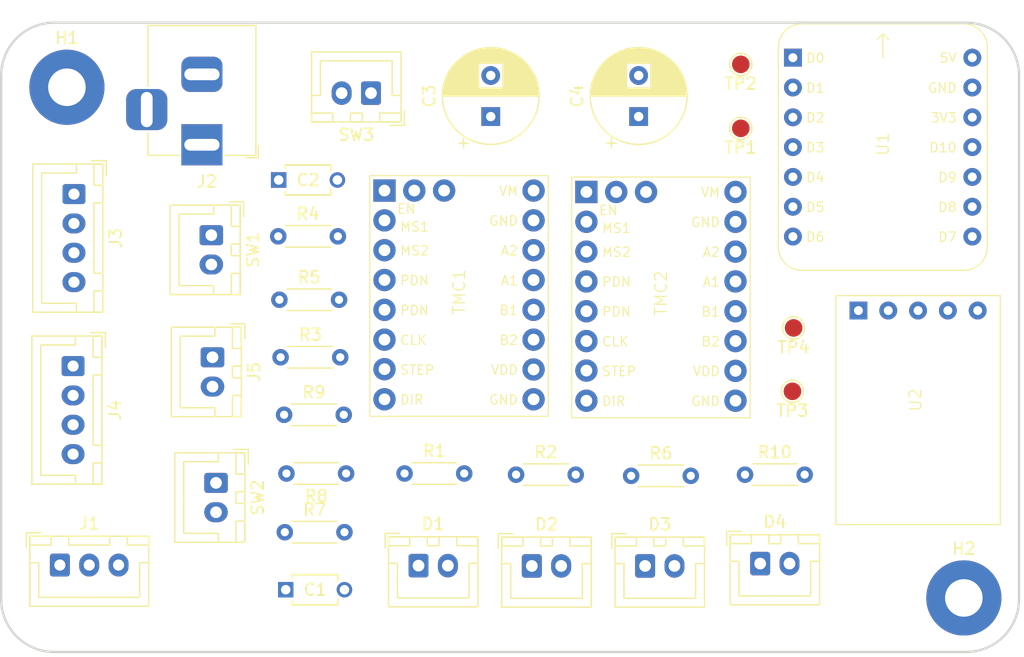
<source format=kicad_pcb>
(kicad_pcb (version 20241229) (generator "pcbnew") (generator_version "9.0")
  (layers (0 "F.Cu" signal) (2 "B.Cu" signal) (13 "F.Paste" user) (15 "B.Paste" user) (5 "F.SilkS" user "F.Silkscreen") (7 "B.SilkS" user "B.Silkscreen") (1 "F.Mask" user) (3 "B.Mask" user) (25 "Edge.Cuts" user))
  (net 0 "")
  (net 1 "SW1")
  (net 2 "GND")
  (net 3 "SW2")
  (net 4 "+12V")
  (net 5 "Net-(D1-A)")
  (net 6 "Net-(D2-A)")
  (net 7 "Net-(D3-A)")
  (net 8 "Net-(D4-A)")
  (net 9 "Net-(J1-Pin_2)")
  (net 10 "SERVO")
  (net 11 "Net-(SW3-A)")
  (net 12 "Net-(J3-Pin_2)")
  (net 13 "Net-(J3-Pin_3)")
  (net 14 "Net-(J3-Pin_1)")
  (net 15 "Net-(J3-Pin_4)")
  (net 16 "Net-(J4-Pin_4)")
  (net 17 "Net-(J4-Pin_2)")
  (net 18 "Net-(J4-Pin_3)")
  (net 19 "Net-(J4-Pin_1)")
  (net 20 "+5V")
  (net 21 "Net-(R3-Pad2)")
  (net 22 "Net-(R4-Pad2)")
  (net 23 "Net-(R10-Pad1)")
  (net 24 "Net-(R7-Pad1)")
  (net 29 "STEP1")
  (net 30 "DIR1")
  (net 34 "STEP2")
  (net 35 "DIR2")
  (footprint "Connector_JST:JST_XH_B2B-XH-A_1x02_P2.50mm_Vertical" (layer "F.Cu") (at 133.4 119.1 -90)
    (property "Reference" "SW2" (at 1.25 -3.55 90) (layer "F.SilkS"))
    (property "Value" "LSW2")
    (pad "1" thru_hole roundrect (at 0 0 270) (size 1.7 2) (drill 1) (layers "*.Cu" "*.Mask") (roundrect_rratio 0.147059) (net 23 "Net-(R10-Pad1)"))
    (pad "2" thru_hole oval (at 2.5 0 270) (size 1.7 2) (drill 1) (layers "*.Cu" "*.Mask") (net 4 "+12V"))
  )
  (footprint "TestPoint:TestPoint_Pad_D1.5mm" (layer "F.Cu") (at 178.1 88.9 180)
    (property "Reference" "TP1" (at 0 -1.648 0) (layer "F.SilkS"))
    (property "Value" "TP12V")
    (pad "1" smd circle (at 0 0 180) (size 1.5 1.5) (layers "F.Cu" "F.Mask") (net 4 "+12V"))
  )
  (footprint "MountingHole:MountingHole_3.2mm_M3_Pad" (layer "F.Cu") (at 120.7 85.4)
    (property "Reference" "H1" (at 0 -4.2 0) (layer "F.SilkS"))
    (property "Value" "MountingHole")
    (pad "1" thru_hole circle (at 0 0) (size 6.4 6.4) (drill 3.2) (layers "*.Cu" "*.Mask"))
  )
  (footprint "CNChess_footprints:Reg_12V" (layer "F.Cu") (at 188.12 104.42 90)
    (property "Reference" "U2" (at -7.62 4.85 90) (layer "F.SilkS") (effects (font (thickness 0.1))))
    (property "Value" "Power_Regulator")
    (pad "1" thru_hole rect (at 0 0 90) (size 1.524 1.524) (drill 0.762) (layers "*.Cu" "*.Mask") (net 4 "+12V"))
    (pad "2" thru_hole circle (at 0 2.54 90) (size 1.524 1.524) (drill 0.762) (layers "*.Cu" "*.Mask") (net 4 "+12V"))
    (pad "3" thru_hole circle (at 0 5.08 90) (size 1.524 1.524) (drill 0.762) (layers "*.Cu" "*.Mask") (net 2 "GND"))
    (pad "4" thru_hole circle (at 0 7.62 90) (size 1.524 1.524) (drill 0.762) (layers "*.Cu" "*.Mask") (net 2 "GND"))
    (pad "5" thru_hole circle (at 0 10.16 90) (size 1.524 1.524) (drill 0.762) (layers "*.Cu" "*.Mask") (net 9 "Net-(J1-Pin_2)"))
  )
  (footprint "Connector_JST:JST_XH_B2B-XH-A_1x02_P2.50mm_Vertical" (layer "F.Cu") (at 179.75 125.975)
    (property "Reference" "D4" (at 1.25 -3.55 0) (layer "F.SilkS"))
    (property "Value" "LED")
    (pad "1" thru_hole roundrect (at 0 0) (size 1.7 2) (drill 1) (layers "*.Cu" "*.Mask") (roundrect_rratio 0.147059) (net 2 "GND"))
    (pad "2" thru_hole oval (at 2.5 0) (size 1.7 2) (drill 1) (layers "*.Cu" "*.Mask") (net 8 "Net-(D4-A)"))
  )
  (footprint "Connector_JST:JST_XH_B2B-XH-A_1x02_P2.50mm_Vertical" (layer "F.Cu") (at 160.3 126.175)
    (property "Reference" "D2" (at 1.25 -3.55 0) (layer "F.SilkS"))
    (property "Value" "5V LED")
    (pad "1" thru_hole roundrect (at 0 0) (size 1.7 2) (drill 1) (layers "*.Cu" "*.Mask") (roundrect_rratio 0.147059) (net 2 "GND"))
    (pad "2" thru_hole oval (at 2.5 0) (size 1.7 2) (drill 1) (layers "*.Cu" "*.Mask") (net 6 "Net-(D2-A)"))
  )
  (footprint "Capacitor_THT:CP_Radial_D8.0mm_P3.50mm" (layer "F.Cu") (at 156.8 87.9 90)
    (property "Reference" "C3" (at 1.75 -5.25 90) (layer "F.SilkS"))
    (property "Value" "1000uF")
    (pad "1" thru_hole rect (at 0 0 90) (size 1.6 1.6) (drill 0.8) (layers "*.Cu" "*.Mask") (net 4 "+12V"))
    (pad "2" thru_hole circle (at 3.5 0 90) (size 1.6 1.6) (drill 0.8) (layers "*.Cu" "*.Mask") (net 2 "GND"))
  )
  (footprint "Connector_JST:JST_XH_B3B-XH-A_1x03_P2.50mm_Vertical" (layer "F.Cu") (at 120.1 126.1)
    (property "Reference" "J1" (at 2.5 -3.55 0) (layer "F.SilkS"))
    (property "Value" "Servomotor")
    (pad "1" thru_hole roundrect (at 0 0) (size 1.7 1.95) (drill 0.95) (layers "*.Cu" "*.Mask") (roundrect_rratio 0.147059) (net 10 "SERVO"))
    (pad "2" thru_hole oval (at 2.5 0) (size 1.7 1.95) (drill 0.95) (layers "*.Cu" "*.Mask") (net 9 "Net-(J1-Pin_2)"))
    (pad "3" thru_hole oval (at 5 0) (size 1.7 1.95) (drill 0.95) (layers "*.Cu" "*.Mask") (net 2 "GND"))
  )
  (footprint "Connector_JST:JST_XH_B4B-XH-A_1x04_P2.50mm_Vertical" (layer "F.Cu") (at 121.3 94.5 -90)
    (property "Reference" "J3" (at 3.75 -3.55 90) (layer "F.SilkS"))
    (property "Value" "Motor1")
    (pad "1" thru_hole roundrect (at 0 0 270) (size 1.7 1.95) (drill 0.95) (layers "*.Cu" "*.Mask") (roundrect_rratio 0.147059) (net 14 "Net-(J3-Pin_1)"))
    (pad "2" thru_hole oval (at 2.5 0 270) (size 1.7 1.95) (drill 0.95) (layers "*.Cu" "*.Mask") (net 12 "Net-(J3-Pin_2)"))
    (pad "3" thru_hole oval (at 5 0 270) (size 1.7 1.95) (drill 0.95) (layers "*.Cu" "*.Mask") (net 13 "Net-(J3-Pin_3)"))
    (pad "4" thru_hole oval (at 7.5 0 270) (size 1.7 1.95) (drill 0.95) (layers "*.Cu" "*.Mask") (net 15 "Net-(J3-Pin_4)"))
  )
  (footprint "Connector_JST:JST_XH_B4B-XH-A_1x04_P2.50mm_Vertical" (layer "F.Cu") (at 121.225 109.15 -90)
    (property "Reference" "J4" (at 3.75 -3.55 90) (layer "F.SilkS"))
    (property "Value" "Motor2")
    (pad "1" thru_hole roundrect (at 0 0 270) (size 1.7 1.95) (drill 0.95) (layers "*.Cu" "*.Mask") (roundrect_rratio 0.147059) (net 19 "Net-(J4-Pin_1)"))
    (pad "2" thru_hole oval (at 2.5 0 270) (size 1.7 1.95) (drill 0.95) (layers "*.Cu" "*.Mask") (net 17 "Net-(J4-Pin_2)"))
    (pad "3" thru_hole oval (at 5 0 270) (size 1.7 1.95) (drill 0.95) (layers "*.Cu" "*.Mask") (net 18 "Net-(J4-Pin_3)"))
    (pad "4" thru_hole oval (at 7.5 0 270) (size 1.7 1.95) (drill 0.95) (layers "*.Cu" "*.Mask") (net 16 "Net-(J4-Pin_4)"))
  )
  (footprint "MountingHole:MountingHole_3.2mm_M3_Pad" (layer "F.Cu") (at 197.1 128.9)
    (property "Reference" "H2" (at 0 -4.2 0) (layer "F.SilkS"))
    (property "Value" "MountingHole")
    (pad "1" thru_hole circle (at 0 0) (size 6.4 6.4) (drill 3.2) (layers "*.Cu" "*.Mask"))
  )
  (footprint "Capacitor_THT:CP_Radial_D8.0mm_P3.50mm" (layer "F.Cu") (at 169.4 87.9 90)
    (property "Reference" "C4" (at 1.75 -5.25 90) (layer "F.SilkS"))
    (property "Value" "1000uF")
    (pad "1" thru_hole rect (at 0 0 90) (size 1.6 1.6) (drill 0.8) (layers "*.Cu" "*.Mask") (net 4 "+12V"))
    (pad "2" thru_hole circle (at 3.5 0 90) (size 1.6 1.6) (drill 0.8) (layers "*.Cu" "*.Mask") (net 2 "GND"))
  )
  (footprint "Resistor_THT:R_Axial_DIN0204_L3.6mm_D1.6mm_P5.08mm_Horizontal" (layer "F.Cu") (at 138.7 98.1)
    (property "Reference" "R4" (at 2.54 -1.92 0) (layer "F.SilkS"))
    (property "Value" "470")
    (pad "1" thru_hole circle (at 0 0) (size 1.4 1.4) (drill 0.7) (layers "*.Cu" "*.Mask") (net 21 "Net-(R3-Pad2)"))
    (pad "2" thru_hole oval (at 5.08 0) (size 1.4 1.4) (drill 0.7) (layers "*.Cu" "*.Mask") (net 22 "Net-(R4-Pad2)"))
  )
  (footprint "CNChess_footprints:TMC2209" (layer "F.Cu") (at 147.75 94.2)
    (property "Reference" "TMC1" (at 6.35 8.636 90) (layer "F.SilkS") (effects (font (thickness 0.1))))
    (property "Value" "Driver")
    (fp_text user "A2" (at 11.43 5.588 0) (layer "F.SilkS") (effects (font (size 0.8 0.8) (thickness 0.1)) (justify right bottom)))
    (fp_text user "STEP" (at 1.27 15.748 0) (layer "F.SilkS") (effects (font (size 0.8 0.8) (thickness 0.1)) (justify left bottom)))
    (fp_text user "VDD" (at 11.43 15.748 0) (layer "F.SilkS") (effects (font (size 0.8 0.8) (thickness 0.1)) (justify right bottom)))
    (fp_text user "GND" (at 11.43 3.048 0) (layer "F.SilkS") (effects (font (size 0.8 0.8) (thickness 0.1)) (justify right bottom)))
    (fp_text user "PDN" (at 1.27 10.668 0) (layer "F.SilkS") (effects (font (size 0.8 0.8) (thickness 0.1)) (justify left bottom)))
    (fp_text user "PDN" (at 1.27 8.128 0) (layer "F.SilkS") (effects (font (size 0.8 0.8) (thickness 0.1)) (justify left bottom)))
    (fp_text user "A1" (at 11.43 8.128 0) (layer "F.SilkS") (effects (font (size 0.8 0.8) (thickness 0.1)) (justify right bottom)))
    (fp_text user "MS1" (at 1.27 3.556 0) (layer "F.SilkS") (effects (font (size 0.8 0.8) (thickness 0.1)) (justify left bottom)))
    (fp_text user "EN" (at 1.016 2.032 0) (layer "F.SilkS") (effects (font (size 0.8 0.8) (thickness 0.1)) (justify left bottom)))
    (fp_text user "MS2" (at 1.27 5.588 0) (layer "F.SilkS") (effects (font (size 0.8 0.8) (thickness 0.1)) (justify left bottom)))
    (fp_text user "DIR" (at 1.27 18.288 0) (layer "F.SilkS") (effects (font (size 0.8 0.8) (thickness 0.1)) (justify left bottom)))
    (fp_text user "B1" (at 11.43 10.668 0) (layer "F.SilkS") (effects (font (size 0.8 0.8) (thickness 0.1)) (justify right bottom)))
    (fp_text user "B2" (at 11.43 13.208 0) (layer "F.SilkS") (effects (font (size 0.8 0.8) (thickness 0.1)) (justify right bottom)))
    (fp_text user "CLK" (at 1.27 13.208 0) (layer "F.SilkS") (effects (font (size 0.8 0.8) (thickness 0.1)) (justify left bottom)))
    (fp_text user "VM" (at 11.43 0.508 0) (layer "F.SilkS") (effects (font (size 0.8 0.8) (thickness 0.1)) (justify right bottom)))
    (fp_text user "GND" (at 11.43 18.288 0) (layer "F.SilkS") (effects (font (size 0.8 0.8) (thickness 0.1)) (justify right bottom)))
    (pad "1" thru_hole rect (at 0 0) (size 1.9 1.9) (drill 1) (layers "*.Cu" "*.Mask") (net 2 "GND"))
    (pad "2" thru_hole circle (at 0 2.54) (size 1.9 1.9) (drill 1) (layers "*.Cu" "*.Mask") (net 2 "GND"))
    (pad "3" thru_hole circle (at 0 5.08) (size 1.9 1.9) (drill 1) (layers "*.Cu" "*.Mask") (net 2 "GND"))
    (pad "4" thru_hole circle (at 0 7.62) (size 1.9 1.9) (drill 1) (layers "*.Cu" "*.Mask"))
    (pad "5" thru_hole circle (at 0 10.16) (size 1.9 1.9) (drill 1) (layers "*.Cu" "*.Mask"))
    (pad "6" thru_hole circle (at 0 12.7) (size 1.9 1.9) (drill 1) (layers "*.Cu" "*.Mask"))
    (pad "7" thru_hole circle (at 0 15.213802) (size 1.9 1.9) (drill 1) (layers "*.Cu" "*.Mask") (net 29 "STEP1"))
    (pad "8" thru_hole circle (at 0 17.78) (size 1.9 1.9) (drill 1) (layers "*.Cu" "*.Mask") (net 30 "DIR1"))
    (pad "9" thru_hole circle (at 12.7 17.78) (size 1.9 1.9) (drill 1) (layers "*.Cu" "*.Mask") (net 2 "GND"))
    (pad "10" thru_hole circle (at 12.7 15.24) (size 1.9 1.9) (drill 1) (layers "*.Cu" "*.Mask") (net 20 "+5V"))
    (pad "11" thru_hole circle (at 12.7 12.7) (size 1.9 1.9) (drill 1) (layers "*.Cu" "*.Mask") (net 15 "Net-(J3-Pin_4)"))
    (pad "12" thru_hole circle (at 12.7 10.16) (size 1.9 1.9) (drill 1) (layers "*.Cu" "*.Mask") (net 13 "Net-(J3-Pin_3)"))
    (pad "13" thru_hole circle (at 12.7 7.62) (size 1.9 1.9) (drill 1) (layers "*.Cu" "*.Mask") (net 12 "Net-(J3-Pin_2)"))
    (pad "14" thru_hole circle (at 12.7 5.08) (size 1.9 1.9) (drill 1) (layers "*.Cu" "*.Mask") (net 14 "Net-(J3-Pin_1)"))
    (pad "15" thru_hole circle (at 12.7 2.54) (size 1.9 1.9) (drill 1) (layers "*.Cu" "*.Mask") (net 2 "GND"))
    (pad "16" thru_hole circle (at 12.7 0) (size 1.9 1.9) (drill 1) (layers "*.Cu" "*.Mask") (net 4 "+12V"))
    (pad "17" thru_hole circle (at 5.08 0) (size 1.9 1.9) (drill 1) (layers "*.Cu" "*.Mask" "F.Adhes"))
    (pad "18" thru_hole circle (at 2.54 0) (size 1.9 1.9) (drill 1) (layers "*.Cu" "*.Mask"))
  )
  (footprint "TestPoint:TestPoint_Pad_D1.5mm" (layer "F.Cu") (at 182.5 111.3 180)
    (property "Reference" "TP3" (at 0 -1.648 0) (layer "F.SilkS"))
    (property "Value" "TPSW1")
    (pad "1" smd circle (at 0 0 180) (size 1.5 1.5) (layers "F.Cu" "F.Mask") (net 1 "SW1"))
  )
  (footprint "Connector_JST:JST_XH_B2B-XH-A_1x02_P2.50mm_Vertical" (layer "F.Cu") (at 146.6 85.9 180)
    (property "Reference" "SW3" (at 1.25 -3.55 0) (layer "F.SilkS"))
    (property "Value" "OOSW")
    (pad "1" thru_hole roundrect (at 0 0 180) (size 1.7 2) (drill 1) (layers "*.Cu" "*.Mask") (roundrect_rratio 0.147059) (net 11 "Net-(SW3-A)"))
    (pad "2" thru_hole oval (at 2.5 0 180) (size 1.7 2) (drill 1) (layers "*.Cu" "*.Mask") (net 4 "+12V"))
  )
  (footprint "Resistor_THT:R_Axial_DIN0204_L3.6mm_D1.6mm_P5.08mm_Horizontal" (layer "F.Cu") (at 138.8 103.5)
    (property "Reference" "R5" (at 2.54 -1.92 0) (layer "F.SilkS"))
    (property "Value" "180")
    (pad "1" thru_hole circle (at 0 0) (size 1.4 1.4) (drill 0.7) (layers "*.Cu" "*.Mask") (net 21 "Net-(R3-Pad2)"))
    (pad "2" thru_hole oval (at 5.08 0) (size 1.4 1.4) (drill 0.7) (layers "*.Cu" "*.Mask") (net 2 "GND"))
  )
  (footprint "Resistor_THT:R_Axial_DIN0204_L3.6mm_D1.6mm_P5.08mm_Horizontal" (layer "F.Cu") (at 138.9 108.4)
    (property "Reference" "R3" (at 2.54 -1.92 0) (layer "F.SilkS"))
    (property "Value" "47k")
    (pad "1" thru_hole circle (at 0 0) (size 1.4 1.4) (drill 0.7) (layers "*.Cu" "*.Mask") (net 1 "SW1"))
    (pad "2" thru_hole oval (at 5.08 0) (size 1.4 1.4) (drill 0.7) (layers "*.Cu" "*.Mask") (net 21 "Net-(R3-Pad2)"))
  )
  (footprint "TestPoint:TestPoint_Pad_D1.5mm" (layer "F.Cu") (at 178.1 83.45 180)
    (property "Reference" "TP2" (at 0 -1.648 0) (layer "F.SilkS"))
    (property "Value" "TP5V")
    (pad "1" smd circle (at 0 0 180) (size 1.5 1.5) (layers "F.Cu" "F.Mask") (net 20 "+5V"))
  )
  (footprint "Resistor_THT:R_Axial_DIN0204_L3.6mm_D1.6mm_P5.08mm_Horizontal" (layer "F.Cu") (at 168.76 118.5)
    (property "Reference" "R6" (at 2.54 -1.92 0) (layer "F.SilkS"))
    (property "Value" "1k")
    (pad "1" thru_hole circle (at 0 0) (size 1.4 1.4) (drill 0.7) (layers "*.Cu" "*.Mask") (net 22 "Net-(R4-Pad2)"))
    (pad "2" thru_hole oval (at 5.08 0) (size 1.4 1.4) (drill 0.7) (layers "*.Cu" "*.Mask") (net 7 "Net-(D3-A)"))
  )
  (footprint "CNChess_footprints:CAP0_1u" (layer "F.Cu") (at 139.340005 128.2)
    (property "Reference" "C1" (at 2.499995 0 0) (layer "F.SilkS"))
    (property "Value" "0.1uF")
    (pad "1" thru_hole rect (at 0 0) (size 1.3208 1.3208) (drill 0.8128) (layers "*.Cu" "*.Mask") (net 1 "SW1"))
    (pad "2" thru_hole circle (at 4.99999 0) (size 1.3208 1.3208) (drill 0.8128) (layers "*.Cu" "*.Mask") (net 2 "GND"))
  )
  (footprint "Resistor_THT:R_Axial_DIN0204_L3.6mm_D1.6mm_P5.08mm_Horizontal" (layer "F.Cu") (at 149.46 118.3)
    (property "Reference" "R1" (at 2.54 -1.92 0) (layer "F.SilkS"))
    (property "Value" "1000")
    (pad "1" thru_hole circle (at 0 0) (size 1.4 1.4) (drill 0.7) (layers "*.Cu" "*.Mask") (net 4 "+12V"))
    (pad "2" thru_hole oval (at 5.08 0) (size 1.4 1.4) (drill 0.7) (layers "*.Cu" "*.Mask") (net 5 "Net-(D1-A)"))
  )
  (footprint "Resistor_THT:R_Axial_DIN0204_L3.6mm_D1.6mm_P5.08mm_Horizontal" (layer "F.Cu") (at 178.46 118.4)
    (property "Reference" "R10" (at 2.54 -1.92 0) (layer "F.SilkS"))
    (property "Value" "1k")
    (pad "1" thru_hole circle (at 0 0) (size 1.4 1.4) (drill 0.7) (layers "*.Cu" "*.Mask") (net 23 "Net-(R10-Pad1)"))
    (pad "2" thru_hole oval (at 5.08 0) (size 1.4 1.4) (drill 0.7) (layers "*.Cu" "*.Mask") (net 8 "Net-(D4-A)"))
  )
  (footprint "Connector_JST:JST_XH_B2B-XH-A_1x02_P2.50mm_Vertical" (layer "F.Cu") (at 133 98 -90)
    (property "Reference" "SW1" (at 1.25 -3.55 90) (layer "F.SilkS"))
    (property "Value" "LSW1")
    (pad "1" thru_hole roundrect (at 0 0 270) (size 1.7 2) (drill 1) (layers "*.Cu" "*.Mask") (roundrect_rratio 0.147059) (net 22 "Net-(R4-Pad2)"))
    (pad "2" thru_hole oval (at 2.5 0 270) (size 1.7 2) (drill 1) (layers "*.Cu" "*.Mask") (net 4 "+12V"))
  )
  (footprint "Resistor_THT:R_Axial_DIN0204_L3.6mm_D1.6mm_P5.08mm_Horizontal" (layer "F.Cu") (at 144.48 118.3 180)
    (property "Reference" "R8" (at 2.54 -1.92 0) (layer "F.SilkS"))
    (property "Value" "180")
    (pad "1" thru_hole circle (at 0 0 180) (size 1.4 1.4) (drill 0.7) (layers "*.Cu" "*.Mask") (net 24 "Net-(R7-Pad1)"))
    (pad "2" thru_hole oval (at 5.08 0 180) (size 1.4 1.4) (drill 0.7) (layers "*.Cu" "*.Mask") (net 2 "GND"))
  )
  (footprint "Resistor_THT:R_Axial_DIN0204_L3.6mm_D1.6mm_P5.08mm_Horizontal" (layer "F.Cu") (at 139.26 123.3)
    (property "Reference" "R7" (at 2.54 -1.92 0) (layer "F.SilkS"))
    (property "Value" "470")
    (pad "1" thru_hole circle (at 0 0) (size 1.4 1.4) (drill 0.7) (layers "*.Cu" "*.Mask") (net 24 "Net-(R7-Pad1)"))
    (pad "2" thru_hole oval (at 5.08 0) (size 1.4 1.4) (drill 0.7) (layers "*.Cu" "*.Mask") (net 23 "Net-(R10-Pad1)"))
  )
  (footprint "TestPoint:TestPoint_Pad_D1.5mm" (layer "F.Cu") (at 182.6 105.9 180)
    (property "Reference" "TP4" (at 0 -1.648 0) (layer "F.SilkS"))
    (property "Value" "TPSW2")
    (pad "1" smd circle (at 0 0 180) (size 1.5 1.5) (layers "F.Cu" "F.Mask") (net 3 "SW2"))
  )
  (footprint "Resistor_THT:R_Axial_DIN0204_L3.6mm_D1.6mm_P5.08mm_Horizontal" (layer "F.Cu") (at 139.2 113.3)
    (property "Reference" "R9" (at 2.54 -1.92 0) (layer "F.SilkS"))
    (property "Value" "47k")
    (pad "1" thru_hole circle (at 0 0) (size 1.4 1.4) (drill 0.7) (layers "*.Cu" "*.Mask") (net 3 "SW2"))
    (pad "2" thru_hole oval (at 5.08 0) (size 1.4 1.4) (drill 0.7) (layers "*.Cu" "*.Mask") (net 24 "Net-(R7-Pad1)"))
  )
  (footprint "Connector_JST:JST_XH_B2B-XH-A_1x02_P2.50mm_Vertical" (layer "F.Cu") (at 169.95 126.175)
    (property "Reference" "D3" (at 1.25 -3.55 0) (layer "F.SilkS"))
    (property "Value" "LED")
    (pad "1" thru_hole roundrect (at 0 0) (size 1.7 2) (drill 1) (layers "*.Cu" "*.Mask") (roundrect_rratio 0.147059) (net 2 "GND"))
    (pad "2" thru_hole oval (at 2.5 0) (size 1.7 2) (drill 1) (layers "*.Cu" "*.Mask") (net 7 "Net-(D3-A)"))
  )
  (footprint "CNChess_footprints:BarrelJack_Horizontal" (layer "F.Cu") (at 132.2 90.3 -90)
    (property "Reference" "J2" (at 3.125 -0.425 0) (layer "F.SilkS"))
    (property "Value" "Barrel_Jack")
    (pad "1" thru_hole rect (at 0 0 270) (size 3.5 3.5) (drill oval 1 3) (layers "*.Cu" "*.Mask") (net 11 "Net-(SW3-A)"))
    (pad "2" thru_hole roundrect (at -6 0 270) (size 3 3.5) (drill oval 1 3) (layers "*.Cu" "*.Mask") (net 2 "GND"))
    (pad "3" thru_hole roundrect (at -3 4.7 270) (size 3.5 3.5) (drill oval 3 1) (layers "*.Cu" "*.Mask"))
  )
  (footprint "Resistor_THT:R_Axial_DIN0204_L3.6mm_D1.6mm_P5.08mm_Horizontal" (layer "F.Cu") (at 158.96 118.4)
    (property "Reference" "R2" (at 2.54 -1.92 0) (layer "F.SilkS"))
    (property "Value" "300")
    (pad "1" thru_hole circle (at 0 0) (size 1.4 1.4) (drill 0.7) (layers "*.Cu" "*.Mask") (net 20 "+5V"))
    (pad "2" thru_hole oval (at 5.08 0) (size 1.4 1.4) (drill 0.7) (layers "*.Cu" "*.Mask") (net 6 "Net-(D2-A)"))
  )
  (footprint "CNChess_footprints:TMC2209" (layer "F.Cu") (at 164.95 94.32)
    (property "Reference" "TMC2" (at 6.35 8.636 90) (layer "F.SilkS") (effects (font (thickness 0.1))))
    (property "Value" "Driver")
    (fp_text user "A2" (at 11.43 5.588 0) (layer "F.SilkS") (effects (font (size 0.8 0.8) (thickness 0.1)) (justify right bottom)))
    (fp_text user "VDD" (at 11.43 15.748 0) (layer "F.SilkS") (effects (font (size 0.8 0.8) (thickness 0.1)) (justify right bottom)))
    (fp_text user "B1" (at 11.43 10.668 0) (layer "F.SilkS") (effects (font (size 0.8 0.8) (thickness 0.1)) (justify right bottom)))
    (fp_text user "MS2" (at 1.27 5.588 0) (layer "F.SilkS") (effects (font (size 0.8 0.8) (thickness 0.1)) (justify left bottom)))
    (fp_text user "PDN" (at 1.27 10.668 0) (layer "F.SilkS") (effects (font (size 0.8 0.8) (thickness 0.1)) (justify left bottom)))
    (fp_text user "GND" (at 11.43 3.048 0) (layer "F.SilkS") (effects (font (size 0.8 0.8) (thickness 0.1)) (justify right bottom)))
    (fp_text user "EN" (at 1.016 2.032 0) (layer "F.SilkS") (effects (font (size 0.8 0.8) (thickness 0.1)) (justify left bottom)))
    (fp_text user "CLK" (at 1.27 13.208 0) (layer "F.SilkS") (effects (font (size 0.8 0.8) (thickness 0.1)) (justify left bottom)))
    (fp_text user "A1" (at 11.43 8.128 0) (layer "F.SilkS") (effects (font (size 0.8 0.8) (thickness 0.1)) (justify right bottom)))
    (fp_text user "DIR" (at 1.27 18.288 0) (layer "F.SilkS") (effects (font (size 0.8 0.8) (thickness 0.1)) (justify left bottom)))
    (fp_text user "STEP" (at 1.27 15.748 0) (layer "F.SilkS") (effects (font (size 0.8 0.8) (thickness 0.1)) (justify left bottom)))
    (fp_text user "PDN" (at 1.27 8.128 0) (layer "F.SilkS") (effects (font (size 0.8 0.8) (thickness 0.1)) (justify left bottom)))
    (fp_text user "GND" (at 11.43 18.288 0) (layer "F.SilkS") (effects (font (size 0.8 0.8) (thickness 0.1)) (justify right bottom)))
    (fp_text user "B2" (at 11.43 13.208 0) (layer "F.SilkS") (effects (font (size 0.8 0.8) (thickness 0.1)) (justify right bottom)))
    (fp_text user "VM" (at 11.43 0.508 0) (layer "F.SilkS") (effects (font (size 0.8 0.8) (thickness 0.1)) (justify right bottom)))
    (fp_text user "MS1" (at 1.27 3.556 0) (layer "F.SilkS") (effects (font (size 0.8 0.8) (thickness 0.1)) (justify left bottom)))
    (pad "1" thru_hole rect (at 0 0) (size 1.9 1.9) (drill 1) (layers "*.Cu" "*.Mask") (net 2 "GND"))
    (pad "2" thru_hole circle (at 0 2.54) (size 1.9 1.9) (drill 1) (layers "*.Cu" "*.Mask") (net 2 "GND"))
    (pad "3" thru_hole circle (at 0 5.08) (size 1.9 1.9) (drill 1) (layers "*.Cu" "*.Mask") (net 2 "GND"))
    (pad "4" thru_hole circle (at 0 7.62) (size 1.9 1.9) (drill 1) (layers "*.Cu" "*.Mask"))
    (pad "5" thru_hole circle (at 0 10.16) (size 1.9 1.9) (drill 1) (layers "*.Cu" "*.Mask"))
    (pad "6" thru_hole circle (at 0 12.7) (size 1.9 1.9) (drill 1) (layers "*.Cu" "*.Mask"))
    (pad "7" thru_hole circle (at 0 15.213802) (size 1.9 1.9) (drill 1) (layers "*.Cu" "*.Mask") (net 34 "STEP2"))
    (pad "8" thru_hole circle (at 0 17.78) (size 1.9 1.9) (drill 1) (layers "*.Cu" "*.Mask") (net 35 "DIR2"))
    (pad "9" thru_hole circle (at 12.7 17.78) (size 1.9 1.9) (drill 1) (layers "*.Cu" "*.Mask") (net 2 "GND"))
    (pad "10" thru_hole circle (at 12.7 15.24) (size 1.9 1.9) (drill 1) (layers "*.Cu" "*.Mask") (net 20 "+5V"))
    (pad "11" thru_hole circle (at 12.7 12.7) (size 1.9 1.9) (drill 1) (layers "*.Cu" "*.Mask") (net 16 "Net-(J4-Pin_4)"))
    (pad "12" thru_hole circle (at 12.7 10.16) (size 1.9 1.9) (drill 1) (layers "*.Cu" "*.Mask") (net 18 "Net-(J4-Pin_3)"))
    (pad "13" thru_hole circle (at 12.7 7.62) (size 1.9 1.9) (drill 1) (layers "*.Cu" "*.Mask") (net 17 "Net-(J4-Pin_2)"))
    (pad "14" thru_hole circle (at 12.7 5.08) (size 1.9 1.9) (drill 1) (layers "*.Cu" "*.Mask") (net 19 "Net-(J4-Pin_1)"))
    (pad "15" thru_hole circle (at 12.7 2.54) (size 1.9 1.9) (drill 1) (layers "*.Cu" "*.Mask") (net 2 "GND"))
    (pad "16" thru_hole circle (at 12.7 0) (size 1.9 1.9) (drill 1) (layers "*.Cu" "*.Mask") (net 4 "+12V"))
    (pad "17" thru_hole circle (at 5.08 0) (size 1.9 1.9) (drill 1) (layers "*.Cu" "*.Mask" "F.Adhes"))
    (pad "18" thru_hole circle (at 2.54 0) (size 1.9 1.9) (drill 1) (layers "*.Cu" "*.Mask"))
  )
  (footprint "Connector_JST:JST_XH_B2B-XH-A_1x02_P2.50mm_Vertical" (layer "F.Cu") (at 150.65 126.15)
    (property "Reference" "D1" (at 1.25 -3.55 0) (layer "F.SilkS"))
    (property "Value" "12V LED")
    (pad "1" thru_hole roundrect (at 0 0) (size 1.7 2) (drill 1) (layers "*.Cu" "*.Mask") (roundrect_rratio 0.147059) (net 2 "GND"))
    (pad "2" thru_hole oval (at 2.5 0) (size 1.7 2) (drill 1) (layers "*.Cu" "*.Mask") (net 5 "Net-(D1-A)"))
  )
  (footprint "CNChess_footprints:Esp32-C3" (layer "F.Cu") (at 190.2 90.5)
    (property "Reference" "U1" (at 0 -0.254 90) (layer "F.SilkS") (effects (font (thickness 0.1))))
    (property "Value" "ESP32C3")
    (fp_text user "D0" (at -6.604 -7.112 0) (layer "F.SilkS") (effects (font (size 0.8 0.8) (thickness 0.1)) (justify left bottom)))
    (fp_text user "D1" (at -6.604 -4.572 0) (layer "F.SilkS") (effects (font (size 0.8 0.8) (thickness 0.1)) (justify left bottom)))
    (fp_text user "5V" (at 6.35 -7.112 0) (layer "F.SilkS") (effects (font (size 0.8 0.8) (thickness 0.1)) (justify right bottom)))
    (fp_text user "GND" (at 6.35 -4.572 0) (layer "F.SilkS") (effects (font (size 0.8 0.8) (thickness 0.1)) (justify right bottom)))
    (fp_text user "D4" (at -6.604 3.048 0) (layer "F.SilkS") (effects (font (size 0.8 0.8) (thickness 0.1)) (justify left bottom)))
    (fp_text user "D8" (at 6.35 5.588 0) (layer "F.SilkS") (effects (font (size 0.8 0.8) (thickness 0.1)) (justify right bottom)))
    (fp_text user "D10" (at 6.35 0.508 0) (layer "F.SilkS") (effects (font (size 0.8 0.8) (thickness 0.1)) (justify right bottom)))
    (fp_text user "D3" (at -6.604 0.508 0) (layer "F.SilkS") (effects (font (size 0.8 0.8) (thickness 0.1)) (justify left bottom)))
    (fp_text user "D7" (at 6.35 8.128 0) (layer "F.SilkS") (effects (font (size 0.8 0.8) (thickness 0.1)) (justify right bottom)))
    (fp_text user "D5" (at -6.604 5.588 0) (layer "F.SilkS") (effects (font (size 0.8 0.8) (thickness 0.1)) (justify left bottom)))
    (fp_text user "D2" (at -6.604 -2.032 0) (layer "F.SilkS") (effects (font (size 0.8 0.8) (thickness 0.1)) (justify left bottom)))
    (fp_text user "3V3" (at 6.35 -2.032 0) (layer "F.SilkS") (effects (font (size 0.8 0.8) (thickness 0.1)) (justify right bottom)))
    (fp_text user "D9" (at 6.35 3.048 0) (layer "F.SilkS") (effects (font (size 0.8 0.8) (thickness 0.1)) (justify right bottom)))
    (fp_text user "D6" (at -6.604 8.128 0) (layer "F.SilkS") (effects (font (size 0.8 0.8) (thickness 0.1)) (justify left bottom)))
    (pad "1" thru_hole rect (at -7.66 -7.62) (size 1.524 1.524) (drill 0.762) (layers "*.Cu" "*.Mask") (net 29 "STEP1"))
    (pad "2" thru_hole circle (at -7.66 -5.08) (size 1.524 1.524) (drill 0.762) (layers "*.Cu" "*.Mask") (net 30 "DIR1"))
    (pad "3" thru_hole circle (at -7.66 -2.54) (size 1.524 1.524) (drill 0.762) (layers "*.Cu" "*.Mask") (net 34 "STEP2"))
    (pad "4" thru_hole circle (at -7.66 0) (size 1.524 1.524) (drill 0.762) (layers "*.Cu" "*.Mask") (net 35 "DIR2"))
    (pad "5" thru_hole circle (at -7.66 2.54) (size 1.524 1.524) (drill 0.762) (layers "*.Cu" "*.Mask") (net 1 "SW1"))
    (pad "6" thru_hole circle (at -7.66 5.08) (size 1.524 1.524) (drill 0.762) (layers "*.Cu" "*.Mask") (net 3 "SW2"))
    (pad "7" thru_hole circle (at -7.66 7.62) (size 1.524 1.524) (drill 0.762) (layers "*.Cu" "*.Mask") (net 10 "SERVO"))
    (pad "8" thru_hole circle (at 7.62 7.62) (size 1.524 1.524) (drill 0.762) (layers "*.Cu" "*.Mask"))
    (pad "9" thru_hole circle (at 7.62 5.08) (size 1.524 1.524) (drill 0.762) (layers "*.Cu" "*.Mask"))
    (pad "10" thru_hole circle (at 7.62 2.54) (size 1.524 1.524) (drill 0.762) (layers "*.Cu" "*.Mask"))
    (pad "11" thru_hole circle (at 7.62 0) (size 1.524 1.524) (drill 0.762) (layers "*.Cu" "*.Mask"))
    (pad "12" thru_hole circle (at 7.62 -2.54) (size 1.524 1.524) (drill 0.762) (layers "*.Cu" "*.Mask"))
    (pad "13" thru_hole circle (at 7.62 -5.08) (size 1.524 1.524) (drill 0.762) (layers "*.Cu" "*.Mask") (net 2 "GND"))
    (pad "14" thru_hole circle (at 7.62 -7.62) (size 1.524 1.524) (drill 0.762) (layers "*.Cu" "*.Mask") (net 20 "+5V"))
  )
  (footprint "Connector_JST:JST_XH_B2B-XH-A_1x02_P2.50mm_Vertical" (layer "F.Cu") (at 133.1 108.4 -90)
    (property "Reference" "J5" (at 1.25 -3.55 90) (layer "F.SilkS"))
    (property "Value" "Fan")
    (pad "1" thru_hole roundrect (at 0 0 270) (size 1.7 2) (drill 1) (layers "*.Cu" "*.Mask") (roundrect_rratio 0.147059) (net 4 "+12V"))
    (pad "2" thru_hole oval (at 2.5 0 270) (size 1.7 2) (drill 1) (layers "*.Cu" "*.Mask") (net 2 "GND"))
  )
  (footprint "CNChess_footprints:CAP0_1u" (layer "F.Cu") (at 138.740005 93.3)
    (property "Reference" "C2" (at 2.499995 0 0) (layer "F.SilkS"))
    (property "Value" "0.1uF")
    (pad "1" thru_hole rect (at 0 0) (size 1.3208 1.3208) (drill 0.8128) (layers "*.Cu" "*.Mask") (net 3 "SW2"))
    (pad "2" thru_hole circle (at 4.99999 0) (size 1.3208 1.3208) (drill 0.8128) (layers "*.Cu" "*.Mask") (net 2 "GND"))
  )
  (gr_line (start 119.6 79.9) (end 197.3 79.9) (stroke (width 0.2)) (layer "Edge.Cuts"))
  (gr_arc (start 115.1 84.4) (mid 116.418019 81.218019) (end 119.6 79.9) (stroke (width 0.2)) (layer "Edge.Cuts"))
  (gr_arc (start 197.3 79.9) (mid 200.481981 81.218019) (end 201.8 84.4) (stroke (width 0.2)) (layer "Edge.Cuts"))
  (gr_line (start 115.1 129) (end 115.1 84.4) (stroke (width 0.2)) (layer "Edge.Cuts"))
  (gr_line (start 197.3 133.5) (end 119.6 133.5) (stroke (width 0.2)) (layer "Edge.Cuts"))
  (gr_line (start 201.8 84.4) (end 201.8 129) (stroke (width 0.2)) (layer "Edge.Cuts"))
  (gr_arc (start 119.6 133.5) (mid 116.418019 132.181981) (end 115.1 129) (stroke (width 0.2)) (layer "Edge.Cuts"))
  (gr_arc (start 201.8 129) (mid 200.481981 132.181981) (end 197.3 133.5) (stroke (width 0.2)) (layer "Edge.Cuts"))
)
</source>
